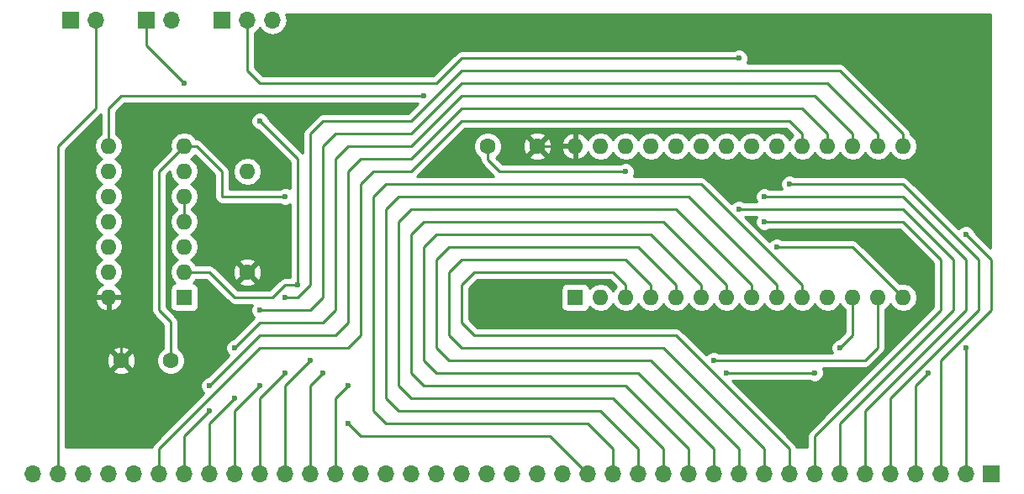
<source format=gtl>
G04 #@! TF.FileFunction,Copper,L1,Top,Signal*
%FSLAX46Y46*%
G04 Gerber Fmt 4.6, Leading zero omitted, Abs format (unit mm)*
G04 Created by KiCad (PCBNEW 4.0.6) date 05/15/17 21:45:34*
%MOMM*%
%LPD*%
G01*
G04 APERTURE LIST*
%ADD10C,0.100000*%
%ADD11R,1.600000X1.600000*%
%ADD12O,1.600000X1.600000*%
%ADD13R,1.700000X1.700000*%
%ADD14O,1.700000X1.700000*%
%ADD15C,1.600000*%
%ADD16C,0.600000*%
%ADD17C,0.250000*%
%ADD18C,0.254000*%
G04 APERTURE END LIST*
D10*
D11*
X144780000Y-130810000D03*
D12*
X177800000Y-115570000D03*
X147320000Y-130810000D03*
X175260000Y-115570000D03*
X149860000Y-130810000D03*
X172720000Y-115570000D03*
X152400000Y-130810000D03*
X170180000Y-115570000D03*
X154940000Y-130810000D03*
X167640000Y-115570000D03*
X157480000Y-130810000D03*
X165100000Y-115570000D03*
X160020000Y-130810000D03*
X162560000Y-115570000D03*
X162560000Y-130810000D03*
X160020000Y-115570000D03*
X165100000Y-130810000D03*
X157480000Y-115570000D03*
X167640000Y-130810000D03*
X154940000Y-115570000D03*
X170180000Y-130810000D03*
X152400000Y-115570000D03*
X172720000Y-130810000D03*
X149860000Y-115570000D03*
X175260000Y-130810000D03*
X147320000Y-115570000D03*
X177800000Y-130810000D03*
X144780000Y-115570000D03*
D13*
X101600000Y-102870000D03*
D14*
X104140000Y-102870000D03*
D15*
X111760000Y-128270000D03*
D12*
X111760000Y-118110000D03*
D15*
X140970000Y-115570000D03*
X135970000Y-115570000D03*
X99060000Y-137160000D03*
X104060000Y-137160000D03*
D13*
X93980000Y-102870000D03*
D14*
X96520000Y-102870000D03*
D13*
X186690000Y-148590000D03*
D14*
X184150000Y-148590000D03*
X181610000Y-148590000D03*
X179070000Y-148590000D03*
X176530000Y-148590000D03*
X173990000Y-148590000D03*
X171450000Y-148590000D03*
X168910000Y-148590000D03*
X166370000Y-148590000D03*
X163830000Y-148590000D03*
X161290000Y-148590000D03*
X158750000Y-148590000D03*
X156210000Y-148590000D03*
X153670000Y-148590000D03*
X151130000Y-148590000D03*
X148590000Y-148590000D03*
X146050000Y-148590000D03*
X143510000Y-148590000D03*
X140970000Y-148590000D03*
X138430000Y-148590000D03*
X135890000Y-148590000D03*
X133350000Y-148590000D03*
X130810000Y-148590000D03*
X128270000Y-148590000D03*
X125730000Y-148590000D03*
X123190000Y-148590000D03*
X120650000Y-148590000D03*
X118110000Y-148590000D03*
X115570000Y-148590000D03*
X113030000Y-148590000D03*
X110490000Y-148590000D03*
X107950000Y-148590000D03*
X105410000Y-148590000D03*
X102870000Y-148590000D03*
X100330000Y-148590000D03*
X97790000Y-148590000D03*
X95250000Y-148590000D03*
X92710000Y-148590000D03*
X90170000Y-148590000D03*
D13*
X109220000Y-102870000D03*
D14*
X111760000Y-102870000D03*
X114300000Y-102870000D03*
D11*
X105410000Y-130810000D03*
D12*
X97790000Y-115570000D03*
X105410000Y-128270000D03*
X97790000Y-118110000D03*
X105410000Y-125730000D03*
X97790000Y-120650000D03*
X105410000Y-123190000D03*
X97790000Y-123190000D03*
X105410000Y-120650000D03*
X97790000Y-125730000D03*
X105410000Y-118110000D03*
X97790000Y-128270000D03*
X105410000Y-115570000D03*
X97790000Y-130810000D03*
D16*
X109220000Y-132080000D03*
X168910000Y-133350000D03*
X171450000Y-133350000D03*
X173990000Y-138430000D03*
X167640000Y-144780000D03*
X128270000Y-111760000D03*
X116840000Y-129540000D03*
X113030000Y-113030000D03*
X184150000Y-135890000D03*
X184150000Y-124460000D03*
X180340000Y-138430000D03*
X166370000Y-119380000D03*
X163830000Y-120650000D03*
X161290000Y-121920000D03*
X163830000Y-123190000D03*
X115570000Y-120650000D03*
X121920000Y-143510000D03*
X149860000Y-118110000D03*
X165100000Y-125730000D03*
X121920000Y-139700000D03*
X171450000Y-135890000D03*
X119380000Y-138430000D03*
X160020000Y-138430000D03*
X168910000Y-138430000D03*
X158750000Y-137160000D03*
X118110000Y-137160000D03*
X115570000Y-138430000D03*
X115570000Y-130810000D03*
X113030000Y-139700000D03*
X113030000Y-132080000D03*
X110490000Y-140970000D03*
X110490000Y-135890000D03*
X107950000Y-142240000D03*
X107950000Y-139700000D03*
X105410000Y-109220000D03*
X129540000Y-110490000D03*
X161290000Y-106680000D03*
D17*
X171450000Y-133350000D02*
X168910000Y-133350000D01*
X167640000Y-144780000D02*
X173990000Y-138430000D01*
X99060000Y-137160000D02*
X99060000Y-134620000D01*
X97790000Y-133350000D02*
X97790000Y-130810000D01*
X99060000Y-134620000D02*
X97790000Y-133350000D01*
X140970000Y-115570000D02*
X144780000Y-115570000D01*
X105410000Y-128270000D02*
X107950000Y-128270000D01*
X115570000Y-129540000D02*
X116840000Y-129540000D01*
X114300000Y-130810000D02*
X115570000Y-129540000D01*
X110490000Y-130810000D02*
X114300000Y-130810000D01*
X107950000Y-128270000D02*
X110490000Y-130810000D01*
X116840000Y-116840000D02*
X116840000Y-129540000D01*
X113030000Y-113030000D02*
X116840000Y-116840000D01*
X184150000Y-148590000D02*
X184150000Y-135890000D01*
X181610000Y-148590000D02*
X181610000Y-137160000D01*
X185420000Y-125730000D02*
X184150000Y-124460000D01*
X186690000Y-127000000D02*
X185420000Y-125730000D01*
X186690000Y-132080000D02*
X186690000Y-127000000D01*
X181610000Y-137160000D02*
X186690000Y-132080000D01*
X179070000Y-139700000D02*
X179070000Y-148590000D01*
X180340000Y-138430000D02*
X179070000Y-139700000D01*
X176530000Y-148590000D02*
X176530000Y-140970000D01*
X177800000Y-119380000D02*
X166370000Y-119380000D01*
X185420000Y-127000000D02*
X177800000Y-119380000D01*
X185420000Y-132080000D02*
X185420000Y-127000000D01*
X176530000Y-140970000D02*
X185420000Y-132080000D01*
X173990000Y-142240000D02*
X173990000Y-148590000D01*
X184150000Y-132080000D02*
X173990000Y-142240000D01*
X184150000Y-127000000D02*
X184150000Y-132080000D01*
X177800000Y-120650000D02*
X184150000Y-127000000D01*
X163830000Y-120650000D02*
X177800000Y-120650000D01*
X171450000Y-143510000D02*
X171450000Y-148590000D01*
X182880000Y-132080000D02*
X171450000Y-143510000D01*
X182880000Y-127000000D02*
X182880000Y-132080000D01*
X177800000Y-121920000D02*
X182880000Y-127000000D01*
X161290000Y-121920000D02*
X177800000Y-121920000D01*
X168910000Y-144780000D02*
X181610000Y-132080000D01*
X181610000Y-132080000D02*
X181610000Y-127000000D01*
X181610000Y-127000000D02*
X177800000Y-123190000D01*
X177800000Y-123190000D02*
X163830000Y-123190000D01*
X168910000Y-144780000D02*
X168910000Y-148590000D01*
X143510000Y-134620000D02*
X154940000Y-134620000D01*
X166370000Y-146050000D02*
X166370000Y-148590000D01*
X166370000Y-146050000D02*
X154940000Y-134620000D01*
X142240000Y-134620000D02*
X134620000Y-134620000D01*
X142240000Y-128270000D02*
X148590000Y-128270000D01*
X149860000Y-130810000D02*
X149860000Y-129540000D01*
X148590000Y-128270000D02*
X149860000Y-129540000D01*
X142240000Y-134620000D02*
X143510000Y-134620000D01*
X134620000Y-128270000D02*
X142240000Y-128270000D01*
X133350000Y-129540000D02*
X134620000Y-128270000D01*
X133350000Y-133350000D02*
X133350000Y-129540000D01*
X134620000Y-134620000D02*
X133350000Y-133350000D01*
X140970000Y-127000000D02*
X133350000Y-127000000D01*
X163830000Y-146050000D02*
X153670000Y-135890000D01*
X143510000Y-135890000D02*
X153670000Y-135890000D01*
X142240000Y-135890000D02*
X143510000Y-135890000D01*
X163830000Y-146050000D02*
X163830000Y-148590000D01*
X140970000Y-135890000D02*
X142240000Y-135890000D01*
X133350000Y-135890000D02*
X140970000Y-135890000D01*
X132080000Y-134620000D02*
X133350000Y-135890000D01*
X132080000Y-128270000D02*
X132080000Y-134620000D01*
X133350000Y-127000000D02*
X132080000Y-128270000D01*
X149860000Y-127000000D02*
X140970000Y-127000000D01*
X152400000Y-130810000D02*
X152400000Y-129540000D01*
X149860000Y-127000000D02*
X152400000Y-129540000D01*
X161290000Y-146050000D02*
X152400000Y-137160000D01*
X143510000Y-137160000D02*
X152400000Y-137160000D01*
X142240000Y-137160000D02*
X143510000Y-137160000D01*
X161290000Y-146050000D02*
X161290000Y-148590000D01*
X139700000Y-137160000D02*
X142240000Y-137160000D01*
X132080000Y-137160000D02*
X139700000Y-137160000D01*
X130810000Y-135890000D02*
X132080000Y-137160000D01*
X130810000Y-134620000D02*
X130810000Y-135890000D01*
X130810000Y-127000000D02*
X130810000Y-134620000D01*
X132080000Y-125730000D02*
X130810000Y-127000000D01*
X139700000Y-125730000D02*
X132080000Y-125730000D01*
X151130000Y-125730000D02*
X140970000Y-125730000D01*
X154940000Y-130810000D02*
X154940000Y-129540000D01*
X151130000Y-125730000D02*
X154940000Y-129540000D01*
X139700000Y-125730000D02*
X140970000Y-125730000D01*
X138430000Y-138430000D02*
X130810000Y-138430000D01*
X158750000Y-146050000D02*
X158750000Y-148590000D01*
X158750000Y-146050000D02*
X151130000Y-138430000D01*
X143510000Y-138430000D02*
X151130000Y-138430000D01*
X143510000Y-138430000D02*
X142240000Y-138430000D01*
X138430000Y-138430000D02*
X142240000Y-138430000D01*
X152400000Y-124460000D02*
X140970000Y-124460000D01*
X157480000Y-130810000D02*
X157480000Y-129540000D01*
X152400000Y-124460000D02*
X157480000Y-129540000D01*
X138430000Y-124460000D02*
X140970000Y-124460000D01*
X130810000Y-124460000D02*
X138430000Y-124460000D01*
X129540000Y-125730000D02*
X130810000Y-124460000D01*
X129540000Y-137160000D02*
X129540000Y-125730000D01*
X130810000Y-138430000D02*
X129540000Y-137160000D01*
X156210000Y-146050000D02*
X149860000Y-139700000D01*
X143510000Y-139700000D02*
X149860000Y-139700000D01*
X142240000Y-139700000D02*
X143510000Y-139700000D01*
X156210000Y-146050000D02*
X156210000Y-148590000D01*
X137160000Y-139700000D02*
X142240000Y-139700000D01*
X129540000Y-139700000D02*
X137160000Y-139700000D01*
X128270000Y-138430000D02*
X129540000Y-139700000D01*
X128270000Y-124460000D02*
X128270000Y-138430000D01*
X129540000Y-123190000D02*
X128270000Y-124460000D01*
X137160000Y-123190000D02*
X129540000Y-123190000D01*
X153670000Y-123190000D02*
X140970000Y-123190000D01*
X160020000Y-130810000D02*
X160020000Y-129540000D01*
X153670000Y-123190000D02*
X160020000Y-129540000D01*
X137160000Y-123190000D02*
X140970000Y-123190000D01*
X135890000Y-140970000D02*
X129540000Y-140970000D01*
X154940000Y-121920000D02*
X140970000Y-121920000D01*
X162560000Y-130810000D02*
X162560000Y-129540000D01*
X154940000Y-121920000D02*
X162560000Y-129540000D01*
X153670000Y-146050000D02*
X153670000Y-148590000D01*
X153670000Y-146050000D02*
X148590000Y-140970000D01*
X143510000Y-140970000D02*
X148590000Y-140970000D01*
X143510000Y-140970000D02*
X142240000Y-140970000D01*
X135890000Y-140970000D02*
X142240000Y-140970000D01*
X135890000Y-121920000D02*
X140970000Y-121920000D01*
X128270000Y-121920000D02*
X135890000Y-121920000D01*
X127000000Y-123190000D02*
X128270000Y-121920000D01*
X127000000Y-124460000D02*
X127000000Y-123190000D01*
X127000000Y-139700000D02*
X127000000Y-124460000D01*
X128270000Y-140970000D02*
X127000000Y-139700000D01*
X129540000Y-140970000D02*
X128270000Y-140970000D01*
X134620000Y-120650000D02*
X127000000Y-120650000D01*
X156210000Y-120650000D02*
X140970000Y-120650000D01*
X151130000Y-148590000D02*
X151130000Y-146050000D01*
X143510000Y-142240000D02*
X147320000Y-142240000D01*
X142240000Y-142240000D02*
X143510000Y-142240000D01*
X151130000Y-146050000D02*
X147320000Y-142240000D01*
X165100000Y-129540000D02*
X165100000Y-130810000D01*
X156210000Y-120650000D02*
X165100000Y-129540000D01*
X134620000Y-142240000D02*
X142240000Y-142240000D01*
X134620000Y-120650000D02*
X140970000Y-120650000D01*
X127000000Y-142240000D02*
X134620000Y-142240000D01*
X125730000Y-140970000D02*
X127000000Y-142240000D01*
X125730000Y-121920000D02*
X125730000Y-140970000D01*
X127000000Y-120650000D02*
X125730000Y-121920000D01*
X133350000Y-143510000D02*
X125730000Y-143510000D01*
X133350000Y-143510000D02*
X134620000Y-143510000D01*
X134620000Y-143510000D02*
X142240000Y-143510000D01*
X143510000Y-143510000D02*
X142240000Y-143510000D01*
X143510000Y-143510000D02*
X146050000Y-143510000D01*
X148590000Y-148590000D02*
X148590000Y-146050000D01*
X146050000Y-143510000D02*
X148590000Y-146050000D01*
X167640000Y-129540000D02*
X157480000Y-119380000D01*
X167640000Y-129540000D02*
X167640000Y-130810000D01*
X140970000Y-119380000D02*
X157480000Y-119380000D01*
X140970000Y-119380000D02*
X133350000Y-119380000D01*
X125730000Y-119380000D02*
X133350000Y-119380000D01*
X124460000Y-120650000D02*
X125730000Y-119380000D01*
X124460000Y-121920000D02*
X124460000Y-120650000D01*
X124460000Y-142240000D02*
X124460000Y-121920000D01*
X125730000Y-143510000D02*
X124460000Y-142240000D01*
X106680000Y-115570000D02*
X105410000Y-115570000D01*
X109220000Y-118110000D02*
X106680000Y-115570000D01*
X109220000Y-120650000D02*
X109220000Y-118110000D01*
X115570000Y-120650000D02*
X109220000Y-120650000D01*
X146050000Y-148590000D02*
X142240000Y-144780000D01*
X123190000Y-144780000D02*
X121920000Y-143510000D01*
X142240000Y-144780000D02*
X123190000Y-144780000D01*
X172720000Y-125730000D02*
X165100000Y-125730000D01*
X177800000Y-130810000D02*
X172720000Y-125730000D01*
X135970000Y-116920000D02*
X135970000Y-115570000D01*
X137160000Y-118110000D02*
X135970000Y-116920000D01*
X149860000Y-118110000D02*
X137160000Y-118110000D01*
X104060000Y-137160000D02*
X104060000Y-133270000D01*
X102870000Y-118110000D02*
X105410000Y-115570000D01*
X102870000Y-132080000D02*
X102870000Y-118110000D01*
X104060000Y-133270000D02*
X102870000Y-132080000D01*
X120650000Y-140970000D02*
X121920000Y-139700000D01*
X120650000Y-140970000D02*
X120650000Y-148590000D01*
X172720000Y-133350000D02*
X172720000Y-134620000D01*
X172720000Y-134620000D02*
X171450000Y-135890000D01*
X172720000Y-130810000D02*
X172720000Y-133350000D01*
X118110000Y-139700000D02*
X118110000Y-148590000D01*
X119380000Y-138430000D02*
X118110000Y-139700000D01*
X168910000Y-138430000D02*
X160020000Y-138430000D01*
X115570000Y-148590000D02*
X115570000Y-139700000D01*
X175260000Y-135890000D02*
X175260000Y-130810000D01*
X175260000Y-135890000D02*
X173990000Y-137160000D01*
X158750000Y-137160000D02*
X173990000Y-137160000D01*
X115570000Y-139700000D02*
X118110000Y-137160000D01*
X142240000Y-107950000D02*
X133350000Y-107950000D01*
X113030000Y-140970000D02*
X115570000Y-138430000D01*
X113030000Y-148590000D02*
X113030000Y-140970000D01*
X177800000Y-114300000D02*
X171450000Y-107950000D01*
X171450000Y-107950000D02*
X142240000Y-107950000D01*
X119380000Y-113030000D02*
X118110000Y-114300000D01*
X118110000Y-114300000D02*
X118110000Y-129540000D01*
X118110000Y-129540000D02*
X116840000Y-130810000D01*
X116840000Y-130810000D02*
X115570000Y-130810000D01*
X177800000Y-114300000D02*
X177800000Y-115570000D01*
X128270000Y-113030000D02*
X119380000Y-113030000D01*
X133350000Y-107950000D02*
X128270000Y-113030000D01*
X142240000Y-109220000D02*
X133350000Y-109220000D01*
X113030000Y-139700000D02*
X110490000Y-142240000D01*
X110490000Y-148590000D02*
X110490000Y-142240000D01*
X175260000Y-114300000D02*
X170180000Y-109220000D01*
X170180000Y-109220000D02*
X142240000Y-109220000D01*
X120650000Y-114300000D02*
X119380000Y-115570000D01*
X119380000Y-115570000D02*
X119380000Y-130810000D01*
X119380000Y-130810000D02*
X118110000Y-132080000D01*
X118110000Y-132080000D02*
X113030000Y-132080000D01*
X175260000Y-114300000D02*
X175260000Y-115570000D01*
X128270000Y-114300000D02*
X120650000Y-114300000D01*
X133350000Y-109220000D02*
X128270000Y-114300000D01*
X142240000Y-110490000D02*
X133350000Y-110490000D01*
X110490000Y-140970000D02*
X107950000Y-143510000D01*
X107950000Y-148590000D02*
X107950000Y-143510000D01*
X172720000Y-114300000D02*
X168910000Y-110490000D01*
X168910000Y-110490000D02*
X142240000Y-110490000D01*
X121920000Y-115570000D02*
X120650000Y-116840000D01*
X120650000Y-116840000D02*
X120650000Y-132080000D01*
X120650000Y-132080000D02*
X119380000Y-133350000D01*
X119380000Y-133350000D02*
X113030000Y-133350000D01*
X113030000Y-133350000D02*
X110490000Y-135890000D01*
X172720000Y-114300000D02*
X172720000Y-115570000D01*
X128270000Y-115570000D02*
X121920000Y-115570000D01*
X133350000Y-110490000D02*
X128270000Y-115570000D01*
X142240000Y-111760000D02*
X133350000Y-111760000D01*
X105410000Y-144780000D02*
X107950000Y-142240000D01*
X105410000Y-148590000D02*
X105410000Y-144780000D01*
X170180000Y-114300000D02*
X167640000Y-111760000D01*
X167640000Y-111760000D02*
X142240000Y-111760000D01*
X123190000Y-116840000D02*
X121920000Y-118110000D01*
X121920000Y-118110000D02*
X121920000Y-133350000D01*
X121920000Y-133350000D02*
X120650000Y-134620000D01*
X120650000Y-134620000D02*
X113030000Y-134620000D01*
X113030000Y-134620000D02*
X107950000Y-139700000D01*
X170180000Y-114300000D02*
X170180000Y-115570000D01*
X128270000Y-116840000D02*
X123190000Y-116840000D01*
X133350000Y-111760000D02*
X128270000Y-116840000D01*
X142240000Y-113030000D02*
X133350000Y-113030000D01*
X105410000Y-143510000D02*
X102870000Y-146050000D01*
X102870000Y-148590000D02*
X102870000Y-146050000D01*
X167640000Y-114300000D02*
X166370000Y-113030000D01*
X166370000Y-113030000D02*
X142240000Y-113030000D01*
X125730000Y-118110000D02*
X124460000Y-118110000D01*
X124460000Y-118110000D02*
X123190000Y-119380000D01*
X123190000Y-119380000D02*
X123190000Y-134620000D01*
X123190000Y-134620000D02*
X121920000Y-135890000D01*
X121920000Y-135890000D02*
X113030000Y-135890000D01*
X113030000Y-135890000D02*
X105410000Y-143510000D01*
X167640000Y-114300000D02*
X167640000Y-115570000D01*
X128270000Y-118110000D02*
X125730000Y-118110000D01*
X133350000Y-113030000D02*
X128270000Y-118110000D01*
X101600000Y-105410000D02*
X101600000Y-102870000D01*
X105410000Y-109220000D02*
X101600000Y-105410000D01*
X105410000Y-123190000D02*
X105410000Y-120650000D01*
X96520000Y-102870000D02*
X96520000Y-111760000D01*
X96520000Y-111760000D02*
X92710000Y-115570000D01*
X92710000Y-115570000D02*
X92710000Y-148590000D01*
X97790000Y-111760000D02*
X97790000Y-115570000D01*
X99060000Y-110490000D02*
X97790000Y-111760000D01*
X129540000Y-110490000D02*
X99060000Y-110490000D01*
X111760000Y-102870000D02*
X111760000Y-107950000D01*
X113030000Y-109220000D02*
X111760000Y-107950000D01*
X130810000Y-109220000D02*
X116840000Y-109220000D01*
X133350000Y-106680000D02*
X130810000Y-109220000D01*
X161290000Y-106680000D02*
X133350000Y-106680000D01*
X116840000Y-109220000D02*
X113030000Y-109220000D01*
D18*
G36*
X162895162Y-123003201D02*
X162894838Y-123375167D01*
X163036883Y-123718943D01*
X163299673Y-123982192D01*
X163643201Y-124124838D01*
X164015167Y-124125162D01*
X164358943Y-123983117D01*
X164392118Y-123950000D01*
X177485198Y-123950000D01*
X180850000Y-127314802D01*
X180850000Y-131765198D01*
X168372599Y-144242599D01*
X168207852Y-144489161D01*
X168150000Y-144780000D01*
X168150000Y-145923000D01*
X167104738Y-145923000D01*
X167072148Y-145759161D01*
X166907401Y-145512599D01*
X160584802Y-139190000D01*
X168347537Y-139190000D01*
X168379673Y-139222192D01*
X168723201Y-139364838D01*
X169095167Y-139365162D01*
X169438943Y-139223117D01*
X169702192Y-138960327D01*
X169844838Y-138616799D01*
X169845162Y-138244833D01*
X169710944Y-137920000D01*
X173990000Y-137920000D01*
X174280839Y-137862148D01*
X174527401Y-137697401D01*
X175797401Y-136427401D01*
X175962148Y-136180840D01*
X176020000Y-135890000D01*
X176020000Y-132022995D01*
X176274698Y-131852811D01*
X176530000Y-131470725D01*
X176785302Y-131852811D01*
X177250849Y-132163880D01*
X177800000Y-132273113D01*
X178349151Y-132163880D01*
X178814698Y-131852811D01*
X179125767Y-131387264D01*
X179235000Y-130838113D01*
X179235000Y-130781887D01*
X179125767Y-130232736D01*
X178814698Y-129767189D01*
X178349151Y-129456120D01*
X177800000Y-129346887D01*
X177476114Y-129411312D01*
X173257401Y-125192599D01*
X173010839Y-125027852D01*
X172720000Y-124970000D01*
X165662463Y-124970000D01*
X165630327Y-124937808D01*
X165286799Y-124795162D01*
X164914833Y-124794838D01*
X164571057Y-124936883D01*
X164341171Y-125166369D01*
X161854802Y-122680000D01*
X163029367Y-122680000D01*
X162895162Y-123003201D01*
X162895162Y-123003201D01*
G37*
X162895162Y-123003201D02*
X162894838Y-123375167D01*
X163036883Y-123718943D01*
X163299673Y-123982192D01*
X163643201Y-124124838D01*
X164015167Y-124125162D01*
X164358943Y-123983117D01*
X164392118Y-123950000D01*
X177485198Y-123950000D01*
X180850000Y-127314802D01*
X180850000Y-131765198D01*
X168372599Y-144242599D01*
X168207852Y-144489161D01*
X168150000Y-144780000D01*
X168150000Y-145923000D01*
X167104738Y-145923000D01*
X167072148Y-145759161D01*
X166907401Y-145512599D01*
X160584802Y-139190000D01*
X168347537Y-139190000D01*
X168379673Y-139222192D01*
X168723201Y-139364838D01*
X169095167Y-139365162D01*
X169438943Y-139223117D01*
X169702192Y-138960327D01*
X169844838Y-138616799D01*
X169845162Y-138244833D01*
X169710944Y-137920000D01*
X173990000Y-137920000D01*
X174280839Y-137862148D01*
X174527401Y-137697401D01*
X175797401Y-136427401D01*
X175962148Y-136180840D01*
X176020000Y-135890000D01*
X176020000Y-132022995D01*
X176274698Y-131852811D01*
X176530000Y-131470725D01*
X176785302Y-131852811D01*
X177250849Y-132163880D01*
X177800000Y-132273113D01*
X178349151Y-132163880D01*
X178814698Y-131852811D01*
X179125767Y-131387264D01*
X179235000Y-130838113D01*
X179235000Y-130781887D01*
X179125767Y-130232736D01*
X178814698Y-129767189D01*
X178349151Y-129456120D01*
X177800000Y-129346887D01*
X177476114Y-129411312D01*
X173257401Y-125192599D01*
X173010839Y-125027852D01*
X172720000Y-124970000D01*
X165662463Y-124970000D01*
X165630327Y-124937808D01*
X165286799Y-124795162D01*
X164914833Y-124794838D01*
X164571057Y-124936883D01*
X164341171Y-125166369D01*
X161854802Y-122680000D01*
X163029367Y-122680000D01*
X162895162Y-123003201D01*
G36*
X127955198Y-112270000D02*
X119380000Y-112270000D01*
X119089160Y-112327852D01*
X118842599Y-112492599D01*
X117572599Y-113762599D01*
X117407852Y-114009161D01*
X117350000Y-114300000D01*
X117350000Y-116275198D01*
X113965122Y-112890320D01*
X113965162Y-112844833D01*
X113823117Y-112501057D01*
X113560327Y-112237808D01*
X113216799Y-112095162D01*
X112844833Y-112094838D01*
X112501057Y-112236883D01*
X112237808Y-112499673D01*
X112095162Y-112843201D01*
X112094838Y-113215167D01*
X112236883Y-113558943D01*
X112499673Y-113822192D01*
X112843201Y-113964838D01*
X112890077Y-113964879D01*
X116080000Y-117154802D01*
X116080000Y-119849367D01*
X115756799Y-119715162D01*
X115384833Y-119714838D01*
X115041057Y-119856883D01*
X115007882Y-119890000D01*
X109980000Y-119890000D01*
X109980000Y-118110000D01*
X109974408Y-118081887D01*
X110325000Y-118081887D01*
X110325000Y-118138113D01*
X110434233Y-118687264D01*
X110745302Y-119152811D01*
X111210849Y-119463880D01*
X111760000Y-119573113D01*
X112309151Y-119463880D01*
X112774698Y-119152811D01*
X113085767Y-118687264D01*
X113195000Y-118138113D01*
X113195000Y-118081887D01*
X113085767Y-117532736D01*
X112774698Y-117067189D01*
X112309151Y-116756120D01*
X111760000Y-116646887D01*
X111210849Y-116756120D01*
X110745302Y-117067189D01*
X110434233Y-117532736D01*
X110325000Y-118081887D01*
X109974408Y-118081887D01*
X109922148Y-117819161D01*
X109922148Y-117819160D01*
X109757401Y-117572599D01*
X107217401Y-115032599D01*
X106970839Y-114867852D01*
X106680000Y-114810000D01*
X106622995Y-114810000D01*
X106452811Y-114555302D01*
X105987264Y-114244233D01*
X105438113Y-114135000D01*
X105381887Y-114135000D01*
X104832736Y-114244233D01*
X104367189Y-114555302D01*
X104056120Y-115020849D01*
X103946887Y-115570000D01*
X104011312Y-115893886D01*
X102332599Y-117572599D01*
X102167852Y-117819161D01*
X102110000Y-118110000D01*
X102110000Y-132080000D01*
X102167852Y-132370839D01*
X102332599Y-132617401D01*
X103300000Y-133584802D01*
X103300000Y-135921354D01*
X103248200Y-135942757D01*
X102844176Y-136346077D01*
X102625250Y-136873309D01*
X102624752Y-137444187D01*
X102842757Y-137971800D01*
X103246077Y-138375824D01*
X103773309Y-138594750D01*
X104344187Y-138595248D01*
X104871800Y-138377243D01*
X105275824Y-137973923D01*
X105494750Y-137446691D01*
X105495248Y-136875813D01*
X105277243Y-136348200D01*
X104873923Y-135944176D01*
X104820000Y-135921785D01*
X104820000Y-133270000D01*
X104762148Y-132979161D01*
X104597401Y-132732599D01*
X103630000Y-131765198D01*
X103630000Y-118424802D01*
X103947405Y-118107397D01*
X103946887Y-118110000D01*
X104056120Y-118659151D01*
X104367189Y-119124698D01*
X104749275Y-119380000D01*
X104367189Y-119635302D01*
X104056120Y-120100849D01*
X103946887Y-120650000D01*
X104056120Y-121199151D01*
X104367189Y-121664698D01*
X104650000Y-121853667D01*
X104650000Y-121986333D01*
X104367189Y-122175302D01*
X104056120Y-122640849D01*
X103946887Y-123190000D01*
X104056120Y-123739151D01*
X104367189Y-124204698D01*
X104749275Y-124460000D01*
X104367189Y-124715302D01*
X104056120Y-125180849D01*
X103946887Y-125730000D01*
X104056120Y-126279151D01*
X104367189Y-126744698D01*
X104749275Y-127000000D01*
X104367189Y-127255302D01*
X104056120Y-127720849D01*
X103946887Y-128270000D01*
X104056120Y-128819151D01*
X104367189Y-129284698D01*
X104511465Y-129381101D01*
X104374683Y-129406838D01*
X104158559Y-129545910D01*
X104013569Y-129758110D01*
X103962560Y-130010000D01*
X103962560Y-131610000D01*
X104006838Y-131845317D01*
X104145910Y-132061441D01*
X104358110Y-132206431D01*
X104610000Y-132257440D01*
X106210000Y-132257440D01*
X106445317Y-132213162D01*
X106661441Y-132074090D01*
X106806431Y-131861890D01*
X106857440Y-131610000D01*
X106857440Y-130010000D01*
X106813162Y-129774683D01*
X106674090Y-129558559D01*
X106461890Y-129413569D01*
X106306911Y-129382185D01*
X106452811Y-129284698D01*
X106622995Y-129030000D01*
X107635198Y-129030000D01*
X109952599Y-131347401D01*
X110199160Y-131512148D01*
X110247414Y-131521746D01*
X110490000Y-131570000D01*
X112229367Y-131570000D01*
X112095162Y-131893201D01*
X112094838Y-132265167D01*
X112236883Y-132608943D01*
X112466369Y-132838829D01*
X110350320Y-134954878D01*
X110304833Y-134954838D01*
X109961057Y-135096883D01*
X109697808Y-135359673D01*
X109555162Y-135703201D01*
X109554838Y-136075167D01*
X109696883Y-136418943D01*
X109926369Y-136648829D01*
X107810320Y-138764878D01*
X107764833Y-138764838D01*
X107421057Y-138906883D01*
X107157808Y-139169673D01*
X107015162Y-139513201D01*
X107014838Y-139885167D01*
X107156883Y-140228943D01*
X107386369Y-140458829D01*
X102332599Y-145512599D01*
X102167852Y-145759161D01*
X102135262Y-145923000D01*
X93470000Y-145923000D01*
X93470000Y-138167745D01*
X98231861Y-138167745D01*
X98305995Y-138413864D01*
X98843223Y-138606965D01*
X99413454Y-138579778D01*
X99814005Y-138413864D01*
X99888139Y-138167745D01*
X99060000Y-137339605D01*
X98231861Y-138167745D01*
X93470000Y-138167745D01*
X93470000Y-136943223D01*
X97613035Y-136943223D01*
X97640222Y-137513454D01*
X97806136Y-137914005D01*
X98052255Y-137988139D01*
X98880395Y-137160000D01*
X99239605Y-137160000D01*
X100067745Y-137988139D01*
X100313864Y-137914005D01*
X100506965Y-137376777D01*
X100479778Y-136806546D01*
X100313864Y-136405995D01*
X100067745Y-136331861D01*
X99239605Y-137160000D01*
X98880395Y-137160000D01*
X98052255Y-136331861D01*
X97806136Y-136405995D01*
X97613035Y-136943223D01*
X93470000Y-136943223D01*
X93470000Y-136152255D01*
X98231861Y-136152255D01*
X99060000Y-136980395D01*
X99888139Y-136152255D01*
X99814005Y-135906136D01*
X99276777Y-135713035D01*
X98706546Y-135740222D01*
X98305995Y-135906136D01*
X98231861Y-136152255D01*
X93470000Y-136152255D01*
X93470000Y-131159039D01*
X96398096Y-131159039D01*
X96558959Y-131547423D01*
X96934866Y-131962389D01*
X97440959Y-132201914D01*
X97663000Y-132080629D01*
X97663000Y-130937000D01*
X97917000Y-130937000D01*
X97917000Y-132080629D01*
X98139041Y-132201914D01*
X98645134Y-131962389D01*
X99021041Y-131547423D01*
X99181904Y-131159039D01*
X99059915Y-130937000D01*
X97917000Y-130937000D01*
X97663000Y-130937000D01*
X96520085Y-130937000D01*
X96398096Y-131159039D01*
X93470000Y-131159039D01*
X93470000Y-115884802D01*
X97030000Y-112324802D01*
X97030000Y-114366333D01*
X96747189Y-114555302D01*
X96436120Y-115020849D01*
X96326887Y-115570000D01*
X96436120Y-116119151D01*
X96747189Y-116584698D01*
X97129275Y-116840000D01*
X96747189Y-117095302D01*
X96436120Y-117560849D01*
X96326887Y-118110000D01*
X96436120Y-118659151D01*
X96747189Y-119124698D01*
X97129275Y-119380000D01*
X96747189Y-119635302D01*
X96436120Y-120100849D01*
X96326887Y-120650000D01*
X96436120Y-121199151D01*
X96747189Y-121664698D01*
X97129275Y-121920000D01*
X96747189Y-122175302D01*
X96436120Y-122640849D01*
X96326887Y-123190000D01*
X96436120Y-123739151D01*
X96747189Y-124204698D01*
X97129275Y-124460000D01*
X96747189Y-124715302D01*
X96436120Y-125180849D01*
X96326887Y-125730000D01*
X96436120Y-126279151D01*
X96747189Y-126744698D01*
X97129275Y-127000000D01*
X96747189Y-127255302D01*
X96436120Y-127720849D01*
X96326887Y-128270000D01*
X96436120Y-128819151D01*
X96747189Y-129284698D01*
X97151703Y-129554986D01*
X96934866Y-129657611D01*
X96558959Y-130072577D01*
X96398096Y-130460961D01*
X96520085Y-130683000D01*
X97663000Y-130683000D01*
X97663000Y-130663000D01*
X97917000Y-130663000D01*
X97917000Y-130683000D01*
X99059915Y-130683000D01*
X99181904Y-130460961D01*
X99021041Y-130072577D01*
X98645134Y-129657611D01*
X98428297Y-129554986D01*
X98832811Y-129284698D01*
X99143880Y-128819151D01*
X99253113Y-128270000D01*
X99143880Y-127720849D01*
X98832811Y-127255302D01*
X98450725Y-127000000D01*
X98832811Y-126744698D01*
X99143880Y-126279151D01*
X99253113Y-125730000D01*
X99143880Y-125180849D01*
X98832811Y-124715302D01*
X98450725Y-124460000D01*
X98832811Y-124204698D01*
X99143880Y-123739151D01*
X99253113Y-123190000D01*
X99143880Y-122640849D01*
X98832811Y-122175302D01*
X98450725Y-121920000D01*
X98832811Y-121664698D01*
X99143880Y-121199151D01*
X99253113Y-120650000D01*
X99143880Y-120100849D01*
X98832811Y-119635302D01*
X98450725Y-119380000D01*
X98832811Y-119124698D01*
X99143880Y-118659151D01*
X99253113Y-118110000D01*
X99143880Y-117560849D01*
X98832811Y-117095302D01*
X98450725Y-116840000D01*
X98832811Y-116584698D01*
X99143880Y-116119151D01*
X99253113Y-115570000D01*
X99143880Y-115020849D01*
X98832811Y-114555302D01*
X98550000Y-114366333D01*
X98550000Y-112074802D01*
X99374802Y-111250000D01*
X128975198Y-111250000D01*
X127955198Y-112270000D01*
X127955198Y-112270000D01*
G37*
X127955198Y-112270000D02*
X119380000Y-112270000D01*
X119089160Y-112327852D01*
X118842599Y-112492599D01*
X117572599Y-113762599D01*
X117407852Y-114009161D01*
X117350000Y-114300000D01*
X117350000Y-116275198D01*
X113965122Y-112890320D01*
X113965162Y-112844833D01*
X113823117Y-112501057D01*
X113560327Y-112237808D01*
X113216799Y-112095162D01*
X112844833Y-112094838D01*
X112501057Y-112236883D01*
X112237808Y-112499673D01*
X112095162Y-112843201D01*
X112094838Y-113215167D01*
X112236883Y-113558943D01*
X112499673Y-113822192D01*
X112843201Y-113964838D01*
X112890077Y-113964879D01*
X116080000Y-117154802D01*
X116080000Y-119849367D01*
X115756799Y-119715162D01*
X115384833Y-119714838D01*
X115041057Y-119856883D01*
X115007882Y-119890000D01*
X109980000Y-119890000D01*
X109980000Y-118110000D01*
X109974408Y-118081887D01*
X110325000Y-118081887D01*
X110325000Y-118138113D01*
X110434233Y-118687264D01*
X110745302Y-119152811D01*
X111210849Y-119463880D01*
X111760000Y-119573113D01*
X112309151Y-119463880D01*
X112774698Y-119152811D01*
X113085767Y-118687264D01*
X113195000Y-118138113D01*
X113195000Y-118081887D01*
X113085767Y-117532736D01*
X112774698Y-117067189D01*
X112309151Y-116756120D01*
X111760000Y-116646887D01*
X111210849Y-116756120D01*
X110745302Y-117067189D01*
X110434233Y-117532736D01*
X110325000Y-118081887D01*
X109974408Y-118081887D01*
X109922148Y-117819161D01*
X109922148Y-117819160D01*
X109757401Y-117572599D01*
X107217401Y-115032599D01*
X106970839Y-114867852D01*
X106680000Y-114810000D01*
X106622995Y-114810000D01*
X106452811Y-114555302D01*
X105987264Y-114244233D01*
X105438113Y-114135000D01*
X105381887Y-114135000D01*
X104832736Y-114244233D01*
X104367189Y-114555302D01*
X104056120Y-115020849D01*
X103946887Y-115570000D01*
X104011312Y-115893886D01*
X102332599Y-117572599D01*
X102167852Y-117819161D01*
X102110000Y-118110000D01*
X102110000Y-132080000D01*
X102167852Y-132370839D01*
X102332599Y-132617401D01*
X103300000Y-133584802D01*
X103300000Y-135921354D01*
X103248200Y-135942757D01*
X102844176Y-136346077D01*
X102625250Y-136873309D01*
X102624752Y-137444187D01*
X102842757Y-137971800D01*
X103246077Y-138375824D01*
X103773309Y-138594750D01*
X104344187Y-138595248D01*
X104871800Y-138377243D01*
X105275824Y-137973923D01*
X105494750Y-137446691D01*
X105495248Y-136875813D01*
X105277243Y-136348200D01*
X104873923Y-135944176D01*
X104820000Y-135921785D01*
X104820000Y-133270000D01*
X104762148Y-132979161D01*
X104597401Y-132732599D01*
X103630000Y-131765198D01*
X103630000Y-118424802D01*
X103947405Y-118107397D01*
X103946887Y-118110000D01*
X104056120Y-118659151D01*
X104367189Y-119124698D01*
X104749275Y-119380000D01*
X104367189Y-119635302D01*
X104056120Y-120100849D01*
X103946887Y-120650000D01*
X104056120Y-121199151D01*
X104367189Y-121664698D01*
X104650000Y-121853667D01*
X104650000Y-121986333D01*
X104367189Y-122175302D01*
X104056120Y-122640849D01*
X103946887Y-123190000D01*
X104056120Y-123739151D01*
X104367189Y-124204698D01*
X104749275Y-124460000D01*
X104367189Y-124715302D01*
X104056120Y-125180849D01*
X103946887Y-125730000D01*
X104056120Y-126279151D01*
X104367189Y-126744698D01*
X104749275Y-127000000D01*
X104367189Y-127255302D01*
X104056120Y-127720849D01*
X103946887Y-128270000D01*
X104056120Y-128819151D01*
X104367189Y-129284698D01*
X104511465Y-129381101D01*
X104374683Y-129406838D01*
X104158559Y-129545910D01*
X104013569Y-129758110D01*
X103962560Y-130010000D01*
X103962560Y-131610000D01*
X104006838Y-131845317D01*
X104145910Y-132061441D01*
X104358110Y-132206431D01*
X104610000Y-132257440D01*
X106210000Y-132257440D01*
X106445317Y-132213162D01*
X106661441Y-132074090D01*
X106806431Y-131861890D01*
X106857440Y-131610000D01*
X106857440Y-130010000D01*
X106813162Y-129774683D01*
X106674090Y-129558559D01*
X106461890Y-129413569D01*
X106306911Y-129382185D01*
X106452811Y-129284698D01*
X106622995Y-129030000D01*
X107635198Y-129030000D01*
X109952599Y-131347401D01*
X110199160Y-131512148D01*
X110247414Y-131521746D01*
X110490000Y-131570000D01*
X112229367Y-131570000D01*
X112095162Y-131893201D01*
X112094838Y-132265167D01*
X112236883Y-132608943D01*
X112466369Y-132838829D01*
X110350320Y-134954878D01*
X110304833Y-134954838D01*
X109961057Y-135096883D01*
X109697808Y-135359673D01*
X109555162Y-135703201D01*
X109554838Y-136075167D01*
X109696883Y-136418943D01*
X109926369Y-136648829D01*
X107810320Y-138764878D01*
X107764833Y-138764838D01*
X107421057Y-138906883D01*
X107157808Y-139169673D01*
X107015162Y-139513201D01*
X107014838Y-139885167D01*
X107156883Y-140228943D01*
X107386369Y-140458829D01*
X102332599Y-145512599D01*
X102167852Y-145759161D01*
X102135262Y-145923000D01*
X93470000Y-145923000D01*
X93470000Y-138167745D01*
X98231861Y-138167745D01*
X98305995Y-138413864D01*
X98843223Y-138606965D01*
X99413454Y-138579778D01*
X99814005Y-138413864D01*
X99888139Y-138167745D01*
X99060000Y-137339605D01*
X98231861Y-138167745D01*
X93470000Y-138167745D01*
X93470000Y-136943223D01*
X97613035Y-136943223D01*
X97640222Y-137513454D01*
X97806136Y-137914005D01*
X98052255Y-137988139D01*
X98880395Y-137160000D01*
X99239605Y-137160000D01*
X100067745Y-137988139D01*
X100313864Y-137914005D01*
X100506965Y-137376777D01*
X100479778Y-136806546D01*
X100313864Y-136405995D01*
X100067745Y-136331861D01*
X99239605Y-137160000D01*
X98880395Y-137160000D01*
X98052255Y-136331861D01*
X97806136Y-136405995D01*
X97613035Y-136943223D01*
X93470000Y-136943223D01*
X93470000Y-136152255D01*
X98231861Y-136152255D01*
X99060000Y-136980395D01*
X99888139Y-136152255D01*
X99814005Y-135906136D01*
X99276777Y-135713035D01*
X98706546Y-135740222D01*
X98305995Y-135906136D01*
X98231861Y-136152255D01*
X93470000Y-136152255D01*
X93470000Y-131159039D01*
X96398096Y-131159039D01*
X96558959Y-131547423D01*
X96934866Y-131962389D01*
X97440959Y-132201914D01*
X97663000Y-132080629D01*
X97663000Y-130937000D01*
X97917000Y-130937000D01*
X97917000Y-132080629D01*
X98139041Y-132201914D01*
X98645134Y-131962389D01*
X99021041Y-131547423D01*
X99181904Y-131159039D01*
X99059915Y-130937000D01*
X97917000Y-130937000D01*
X97663000Y-130937000D01*
X96520085Y-130937000D01*
X96398096Y-131159039D01*
X93470000Y-131159039D01*
X93470000Y-115884802D01*
X97030000Y-112324802D01*
X97030000Y-114366333D01*
X96747189Y-114555302D01*
X96436120Y-115020849D01*
X96326887Y-115570000D01*
X96436120Y-116119151D01*
X96747189Y-116584698D01*
X97129275Y-116840000D01*
X96747189Y-117095302D01*
X96436120Y-117560849D01*
X96326887Y-118110000D01*
X96436120Y-118659151D01*
X96747189Y-119124698D01*
X97129275Y-119380000D01*
X96747189Y-119635302D01*
X96436120Y-120100849D01*
X96326887Y-120650000D01*
X96436120Y-121199151D01*
X96747189Y-121664698D01*
X97129275Y-121920000D01*
X96747189Y-122175302D01*
X96436120Y-122640849D01*
X96326887Y-123190000D01*
X96436120Y-123739151D01*
X96747189Y-124204698D01*
X97129275Y-124460000D01*
X96747189Y-124715302D01*
X96436120Y-125180849D01*
X96326887Y-125730000D01*
X96436120Y-126279151D01*
X96747189Y-126744698D01*
X97129275Y-127000000D01*
X96747189Y-127255302D01*
X96436120Y-127720849D01*
X96326887Y-128270000D01*
X96436120Y-128819151D01*
X96747189Y-129284698D01*
X97151703Y-129554986D01*
X96934866Y-129657611D01*
X96558959Y-130072577D01*
X96398096Y-130460961D01*
X96520085Y-130683000D01*
X97663000Y-130683000D01*
X97663000Y-130663000D01*
X97917000Y-130663000D01*
X97917000Y-130683000D01*
X99059915Y-130683000D01*
X99181904Y-130460961D01*
X99021041Y-130072577D01*
X98645134Y-129657611D01*
X98428297Y-129554986D01*
X98832811Y-129284698D01*
X99143880Y-128819151D01*
X99253113Y-128270000D01*
X99143880Y-127720849D01*
X98832811Y-127255302D01*
X98450725Y-127000000D01*
X98832811Y-126744698D01*
X99143880Y-126279151D01*
X99253113Y-125730000D01*
X99143880Y-125180849D01*
X98832811Y-124715302D01*
X98450725Y-124460000D01*
X98832811Y-124204698D01*
X99143880Y-123739151D01*
X99253113Y-123190000D01*
X99143880Y-122640849D01*
X98832811Y-122175302D01*
X98450725Y-121920000D01*
X98832811Y-121664698D01*
X99143880Y-121199151D01*
X99253113Y-120650000D01*
X99143880Y-120100849D01*
X98832811Y-119635302D01*
X98450725Y-119380000D01*
X98832811Y-119124698D01*
X99143880Y-118659151D01*
X99253113Y-118110000D01*
X99143880Y-117560849D01*
X98832811Y-117095302D01*
X98450725Y-116840000D01*
X98832811Y-116584698D01*
X99143880Y-116119151D01*
X99253113Y-115570000D01*
X99143880Y-115020849D01*
X98832811Y-114555302D01*
X98550000Y-114366333D01*
X98550000Y-112074802D01*
X99374802Y-111250000D01*
X128975198Y-111250000D01*
X127955198Y-112270000D01*
G36*
X148945462Y-129700264D02*
X148845302Y-129767189D01*
X148590000Y-130149275D01*
X148334698Y-129767189D01*
X147869151Y-129456120D01*
X147320000Y-129346887D01*
X146770849Y-129456120D01*
X146305302Y-129767189D01*
X146208899Y-129911465D01*
X146183162Y-129774683D01*
X146044090Y-129558559D01*
X145831890Y-129413569D01*
X145580000Y-129362560D01*
X143980000Y-129362560D01*
X143744683Y-129406838D01*
X143528559Y-129545910D01*
X143383569Y-129758110D01*
X143332560Y-130010000D01*
X143332560Y-131610000D01*
X143376838Y-131845317D01*
X143515910Y-132061441D01*
X143728110Y-132206431D01*
X143980000Y-132257440D01*
X145580000Y-132257440D01*
X145815317Y-132213162D01*
X146031441Y-132074090D01*
X146176431Y-131861890D01*
X146207815Y-131706911D01*
X146305302Y-131852811D01*
X146770849Y-132163880D01*
X147320000Y-132273113D01*
X147869151Y-132163880D01*
X148334698Y-131852811D01*
X148590000Y-131470725D01*
X148845302Y-131852811D01*
X149310849Y-132163880D01*
X149860000Y-132273113D01*
X150409151Y-132163880D01*
X150874698Y-131852811D01*
X151130000Y-131470725D01*
X151385302Y-131852811D01*
X151850849Y-132163880D01*
X152400000Y-132273113D01*
X152949151Y-132163880D01*
X153414698Y-131852811D01*
X153670000Y-131470725D01*
X153925302Y-131852811D01*
X154390849Y-132163880D01*
X154940000Y-132273113D01*
X155489151Y-132163880D01*
X155954698Y-131852811D01*
X156210000Y-131470725D01*
X156465302Y-131852811D01*
X156930849Y-132163880D01*
X157480000Y-132273113D01*
X158029151Y-132163880D01*
X158494698Y-131852811D01*
X158750000Y-131470725D01*
X159005302Y-131852811D01*
X159470849Y-132163880D01*
X160020000Y-132273113D01*
X160569151Y-132163880D01*
X161034698Y-131852811D01*
X161290000Y-131470725D01*
X161545302Y-131852811D01*
X162010849Y-132163880D01*
X162560000Y-132273113D01*
X163109151Y-132163880D01*
X163574698Y-131852811D01*
X163830000Y-131470725D01*
X164085302Y-131852811D01*
X164550849Y-132163880D01*
X165100000Y-132273113D01*
X165649151Y-132163880D01*
X166114698Y-131852811D01*
X166370000Y-131470725D01*
X166625302Y-131852811D01*
X167090849Y-132163880D01*
X167640000Y-132273113D01*
X168189151Y-132163880D01*
X168654698Y-131852811D01*
X168910000Y-131470725D01*
X169165302Y-131852811D01*
X169630849Y-132163880D01*
X170180000Y-132273113D01*
X170729151Y-132163880D01*
X171194698Y-131852811D01*
X171450000Y-131470725D01*
X171705302Y-131852811D01*
X171960000Y-132022995D01*
X171960000Y-134305198D01*
X171310320Y-134954878D01*
X171264833Y-134954838D01*
X170921057Y-135096883D01*
X170657808Y-135359673D01*
X170515162Y-135703201D01*
X170514838Y-136075167D01*
X170649056Y-136400000D01*
X159312463Y-136400000D01*
X159280327Y-136367808D01*
X158936799Y-136225162D01*
X158564833Y-136224838D01*
X158221057Y-136366883D01*
X157991171Y-136596369D01*
X155477401Y-134082599D01*
X155230839Y-133917852D01*
X154940000Y-133860000D01*
X134934802Y-133860000D01*
X134110000Y-133035198D01*
X134110000Y-129854802D01*
X134934802Y-129030000D01*
X148275198Y-129030000D01*
X148945462Y-129700264D01*
X148945462Y-129700264D01*
G37*
X148945462Y-129700264D02*
X148845302Y-129767189D01*
X148590000Y-130149275D01*
X148334698Y-129767189D01*
X147869151Y-129456120D01*
X147320000Y-129346887D01*
X146770849Y-129456120D01*
X146305302Y-129767189D01*
X146208899Y-129911465D01*
X146183162Y-129774683D01*
X146044090Y-129558559D01*
X145831890Y-129413569D01*
X145580000Y-129362560D01*
X143980000Y-129362560D01*
X143744683Y-129406838D01*
X143528559Y-129545910D01*
X143383569Y-129758110D01*
X143332560Y-130010000D01*
X143332560Y-131610000D01*
X143376838Y-131845317D01*
X143515910Y-132061441D01*
X143728110Y-132206431D01*
X143980000Y-132257440D01*
X145580000Y-132257440D01*
X145815317Y-132213162D01*
X146031441Y-132074090D01*
X146176431Y-131861890D01*
X146207815Y-131706911D01*
X146305302Y-131852811D01*
X146770849Y-132163880D01*
X147320000Y-132273113D01*
X147869151Y-132163880D01*
X148334698Y-131852811D01*
X148590000Y-131470725D01*
X148845302Y-131852811D01*
X149310849Y-132163880D01*
X149860000Y-132273113D01*
X150409151Y-132163880D01*
X150874698Y-131852811D01*
X151130000Y-131470725D01*
X151385302Y-131852811D01*
X151850849Y-132163880D01*
X152400000Y-132273113D01*
X152949151Y-132163880D01*
X153414698Y-131852811D01*
X153670000Y-131470725D01*
X153925302Y-131852811D01*
X154390849Y-132163880D01*
X154940000Y-132273113D01*
X155489151Y-132163880D01*
X155954698Y-131852811D01*
X156210000Y-131470725D01*
X156465302Y-131852811D01*
X156930849Y-132163880D01*
X157480000Y-132273113D01*
X158029151Y-132163880D01*
X158494698Y-131852811D01*
X158750000Y-131470725D01*
X159005302Y-131852811D01*
X159470849Y-132163880D01*
X160020000Y-132273113D01*
X160569151Y-132163880D01*
X161034698Y-131852811D01*
X161290000Y-131470725D01*
X161545302Y-131852811D01*
X162010849Y-132163880D01*
X162560000Y-132273113D01*
X163109151Y-132163880D01*
X163574698Y-131852811D01*
X163830000Y-131470725D01*
X164085302Y-131852811D01*
X164550849Y-132163880D01*
X165100000Y-132273113D01*
X165649151Y-132163880D01*
X166114698Y-131852811D01*
X166370000Y-131470725D01*
X166625302Y-131852811D01*
X167090849Y-132163880D01*
X167640000Y-132273113D01*
X168189151Y-132163880D01*
X168654698Y-131852811D01*
X168910000Y-131470725D01*
X169165302Y-131852811D01*
X169630849Y-132163880D01*
X170180000Y-132273113D01*
X170729151Y-132163880D01*
X171194698Y-131852811D01*
X171450000Y-131470725D01*
X171705302Y-131852811D01*
X171960000Y-132022995D01*
X171960000Y-134305198D01*
X171310320Y-134954878D01*
X171264833Y-134954838D01*
X170921057Y-135096883D01*
X170657808Y-135359673D01*
X170515162Y-135703201D01*
X170514838Y-136075167D01*
X170649056Y-136400000D01*
X159312463Y-136400000D01*
X159280327Y-136367808D01*
X158936799Y-136225162D01*
X158564833Y-136224838D01*
X158221057Y-136366883D01*
X157991171Y-136596369D01*
X155477401Y-134082599D01*
X155230839Y-133917852D01*
X154940000Y-133860000D01*
X134934802Y-133860000D01*
X134110000Y-133035198D01*
X134110000Y-129854802D01*
X134934802Y-129030000D01*
X148275198Y-129030000D01*
X148945462Y-129700264D01*
G36*
X108460000Y-118424802D02*
X108460000Y-120650000D01*
X108517852Y-120940839D01*
X108682599Y-121187401D01*
X108929161Y-121352148D01*
X109220000Y-121410000D01*
X115007537Y-121410000D01*
X115039673Y-121442192D01*
X115383201Y-121584838D01*
X115755167Y-121585162D01*
X116080000Y-121450944D01*
X116080000Y-128780000D01*
X115570000Y-128780000D01*
X115279160Y-128837852D01*
X115032599Y-129002599D01*
X113985198Y-130050000D01*
X110804802Y-130050000D01*
X110032547Y-129277745D01*
X110931861Y-129277745D01*
X111005995Y-129523864D01*
X111543223Y-129716965D01*
X112113454Y-129689778D01*
X112514005Y-129523864D01*
X112588139Y-129277745D01*
X111760000Y-128449605D01*
X110931861Y-129277745D01*
X110032547Y-129277745D01*
X108808025Y-128053223D01*
X110313035Y-128053223D01*
X110340222Y-128623454D01*
X110506136Y-129024005D01*
X110752255Y-129098139D01*
X111580395Y-128270000D01*
X111939605Y-128270000D01*
X112767745Y-129098139D01*
X113013864Y-129024005D01*
X113206965Y-128486777D01*
X113179778Y-127916546D01*
X113013864Y-127515995D01*
X112767745Y-127441861D01*
X111939605Y-128270000D01*
X111580395Y-128270000D01*
X110752255Y-127441861D01*
X110506136Y-127515995D01*
X110313035Y-128053223D01*
X108808025Y-128053223D01*
X108487401Y-127732599D01*
X108240839Y-127567852D01*
X107950000Y-127510000D01*
X106622995Y-127510000D01*
X106457457Y-127262255D01*
X110931861Y-127262255D01*
X111760000Y-128090395D01*
X112588139Y-127262255D01*
X112514005Y-127016136D01*
X111976777Y-126823035D01*
X111406546Y-126850222D01*
X111005995Y-127016136D01*
X110931861Y-127262255D01*
X106457457Y-127262255D01*
X106452811Y-127255302D01*
X106070725Y-127000000D01*
X106452811Y-126744698D01*
X106763880Y-126279151D01*
X106873113Y-125730000D01*
X106763880Y-125180849D01*
X106452811Y-124715302D01*
X106070725Y-124460000D01*
X106452811Y-124204698D01*
X106763880Y-123739151D01*
X106873113Y-123190000D01*
X106763880Y-122640849D01*
X106452811Y-122175302D01*
X106170000Y-121986333D01*
X106170000Y-121853667D01*
X106452811Y-121664698D01*
X106763880Y-121199151D01*
X106873113Y-120650000D01*
X106763880Y-120100849D01*
X106452811Y-119635302D01*
X106070725Y-119380000D01*
X106452811Y-119124698D01*
X106763880Y-118659151D01*
X106873113Y-118110000D01*
X106763880Y-117560849D01*
X106452811Y-117095302D01*
X106070725Y-116840000D01*
X106452811Y-116584698D01*
X106519736Y-116484538D01*
X108460000Y-118424802D01*
X108460000Y-118424802D01*
G37*
X108460000Y-118424802D02*
X108460000Y-120650000D01*
X108517852Y-120940839D01*
X108682599Y-121187401D01*
X108929161Y-121352148D01*
X109220000Y-121410000D01*
X115007537Y-121410000D01*
X115039673Y-121442192D01*
X115383201Y-121584838D01*
X115755167Y-121585162D01*
X116080000Y-121450944D01*
X116080000Y-128780000D01*
X115570000Y-128780000D01*
X115279160Y-128837852D01*
X115032599Y-129002599D01*
X113985198Y-130050000D01*
X110804802Y-130050000D01*
X110032547Y-129277745D01*
X110931861Y-129277745D01*
X111005995Y-129523864D01*
X111543223Y-129716965D01*
X112113454Y-129689778D01*
X112514005Y-129523864D01*
X112588139Y-129277745D01*
X111760000Y-128449605D01*
X110931861Y-129277745D01*
X110032547Y-129277745D01*
X108808025Y-128053223D01*
X110313035Y-128053223D01*
X110340222Y-128623454D01*
X110506136Y-129024005D01*
X110752255Y-129098139D01*
X111580395Y-128270000D01*
X111939605Y-128270000D01*
X112767745Y-129098139D01*
X113013864Y-129024005D01*
X113206965Y-128486777D01*
X113179778Y-127916546D01*
X113013864Y-127515995D01*
X112767745Y-127441861D01*
X111939605Y-128270000D01*
X111580395Y-128270000D01*
X110752255Y-127441861D01*
X110506136Y-127515995D01*
X110313035Y-128053223D01*
X108808025Y-128053223D01*
X108487401Y-127732599D01*
X108240839Y-127567852D01*
X107950000Y-127510000D01*
X106622995Y-127510000D01*
X106457457Y-127262255D01*
X110931861Y-127262255D01*
X111760000Y-128090395D01*
X112588139Y-127262255D01*
X112514005Y-127016136D01*
X111976777Y-126823035D01*
X111406546Y-126850222D01*
X111005995Y-127016136D01*
X110931861Y-127262255D01*
X106457457Y-127262255D01*
X106452811Y-127255302D01*
X106070725Y-127000000D01*
X106452811Y-126744698D01*
X106763880Y-126279151D01*
X106873113Y-125730000D01*
X106763880Y-125180849D01*
X106452811Y-124715302D01*
X106070725Y-124460000D01*
X106452811Y-124204698D01*
X106763880Y-123739151D01*
X106873113Y-123190000D01*
X106763880Y-122640849D01*
X106452811Y-122175302D01*
X106170000Y-121986333D01*
X106170000Y-121853667D01*
X106452811Y-121664698D01*
X106763880Y-121199151D01*
X106873113Y-120650000D01*
X106763880Y-120100849D01*
X106452811Y-119635302D01*
X106070725Y-119380000D01*
X106452811Y-119124698D01*
X106763880Y-118659151D01*
X106873113Y-118110000D01*
X106763880Y-117560849D01*
X106452811Y-117095302D01*
X106070725Y-116840000D01*
X106452811Y-116584698D01*
X106519736Y-116484538D01*
X108460000Y-118424802D01*
G36*
X186563000Y-125798198D02*
X185085122Y-124320320D01*
X185085162Y-124274833D01*
X184943117Y-123931057D01*
X184680327Y-123667808D01*
X184336799Y-123525162D01*
X183964833Y-123524838D01*
X183621057Y-123666883D01*
X183391171Y-123896369D01*
X178337401Y-118842599D01*
X178090839Y-118677852D01*
X177800000Y-118620000D01*
X166932463Y-118620000D01*
X166900327Y-118587808D01*
X166556799Y-118445162D01*
X166184833Y-118444838D01*
X165841057Y-118586883D01*
X165577808Y-118849673D01*
X165435162Y-119193201D01*
X165434838Y-119565167D01*
X165569056Y-119890000D01*
X164392463Y-119890000D01*
X164360327Y-119857808D01*
X164016799Y-119715162D01*
X163644833Y-119714838D01*
X163301057Y-119856883D01*
X163037808Y-120119673D01*
X162895162Y-120463201D01*
X162894838Y-120835167D01*
X163029056Y-121160000D01*
X161852463Y-121160000D01*
X161820327Y-121127808D01*
X161476799Y-120985162D01*
X161104833Y-120984838D01*
X160761057Y-121126883D01*
X160531171Y-121356369D01*
X158017401Y-118842599D01*
X157770839Y-118677852D01*
X157480000Y-118620000D01*
X150660633Y-118620000D01*
X150794838Y-118296799D01*
X150795162Y-117924833D01*
X150653117Y-117581057D01*
X150390327Y-117317808D01*
X150046799Y-117175162D01*
X149674833Y-117174838D01*
X149331057Y-117316883D01*
X149297882Y-117350000D01*
X137474802Y-117350000D01*
X136846979Y-116722177D01*
X136991663Y-116577745D01*
X140141861Y-116577745D01*
X140215995Y-116823864D01*
X140753223Y-117016965D01*
X141323454Y-116989778D01*
X141724005Y-116823864D01*
X141798139Y-116577745D01*
X140970000Y-115749605D01*
X140141861Y-116577745D01*
X136991663Y-116577745D01*
X137185824Y-116383923D01*
X137404750Y-115856691D01*
X137405189Y-115353223D01*
X139523035Y-115353223D01*
X139550222Y-115923454D01*
X139716136Y-116324005D01*
X139962255Y-116398139D01*
X140790395Y-115570000D01*
X141149605Y-115570000D01*
X141977745Y-116398139D01*
X142223864Y-116324005D01*
X142369424Y-115919041D01*
X143388086Y-115919041D01*
X143627611Y-116425134D01*
X144042577Y-116801041D01*
X144430961Y-116961904D01*
X144653000Y-116839915D01*
X144653000Y-115697000D01*
X143509371Y-115697000D01*
X143388086Y-115919041D01*
X142369424Y-115919041D01*
X142416965Y-115786777D01*
X142389989Y-115220959D01*
X143388086Y-115220959D01*
X143509371Y-115443000D01*
X144653000Y-115443000D01*
X144653000Y-114300085D01*
X144430961Y-114178096D01*
X144042577Y-114338959D01*
X143627611Y-114714866D01*
X143388086Y-115220959D01*
X142389989Y-115220959D01*
X142389778Y-115216546D01*
X142223864Y-114815995D01*
X141977745Y-114741861D01*
X141149605Y-115570000D01*
X140790395Y-115570000D01*
X139962255Y-114741861D01*
X139716136Y-114815995D01*
X139523035Y-115353223D01*
X137405189Y-115353223D01*
X137405248Y-115285813D01*
X137187243Y-114758200D01*
X136991640Y-114562255D01*
X140141861Y-114562255D01*
X140970000Y-115390395D01*
X141798139Y-114562255D01*
X141724005Y-114316136D01*
X141186777Y-114123035D01*
X140616546Y-114150222D01*
X140215995Y-114316136D01*
X140141861Y-114562255D01*
X136991640Y-114562255D01*
X136783923Y-114354176D01*
X136256691Y-114135250D01*
X135685813Y-114134752D01*
X135158200Y-114352757D01*
X134754176Y-114756077D01*
X134535250Y-115283309D01*
X134534752Y-115854187D01*
X134752757Y-116381800D01*
X135156077Y-116785824D01*
X135210000Y-116808215D01*
X135210000Y-116920000D01*
X135267852Y-117210839D01*
X135432599Y-117457401D01*
X136595198Y-118620000D01*
X128834802Y-118620000D01*
X133664802Y-113790000D01*
X166055198Y-113790000D01*
X166725462Y-114460264D01*
X166625302Y-114527189D01*
X166370000Y-114909275D01*
X166114698Y-114527189D01*
X165649151Y-114216120D01*
X165100000Y-114106887D01*
X164550849Y-114216120D01*
X164085302Y-114527189D01*
X163830000Y-114909275D01*
X163574698Y-114527189D01*
X163109151Y-114216120D01*
X162560000Y-114106887D01*
X162010849Y-114216120D01*
X161545302Y-114527189D01*
X161290000Y-114909275D01*
X161034698Y-114527189D01*
X160569151Y-114216120D01*
X160020000Y-114106887D01*
X159470849Y-114216120D01*
X159005302Y-114527189D01*
X158750000Y-114909275D01*
X158494698Y-114527189D01*
X158029151Y-114216120D01*
X157480000Y-114106887D01*
X156930849Y-114216120D01*
X156465302Y-114527189D01*
X156210000Y-114909275D01*
X155954698Y-114527189D01*
X155489151Y-114216120D01*
X154940000Y-114106887D01*
X154390849Y-114216120D01*
X153925302Y-114527189D01*
X153670000Y-114909275D01*
X153414698Y-114527189D01*
X152949151Y-114216120D01*
X152400000Y-114106887D01*
X151850849Y-114216120D01*
X151385302Y-114527189D01*
X151130000Y-114909275D01*
X150874698Y-114527189D01*
X150409151Y-114216120D01*
X149860000Y-114106887D01*
X149310849Y-114216120D01*
X148845302Y-114527189D01*
X148590000Y-114909275D01*
X148334698Y-114527189D01*
X147869151Y-114216120D01*
X147320000Y-114106887D01*
X146770849Y-114216120D01*
X146305302Y-114527189D01*
X146035014Y-114931703D01*
X145932389Y-114714866D01*
X145517423Y-114338959D01*
X145129039Y-114178096D01*
X144907000Y-114300085D01*
X144907000Y-115443000D01*
X144927000Y-115443000D01*
X144927000Y-115697000D01*
X144907000Y-115697000D01*
X144907000Y-116839915D01*
X145129039Y-116961904D01*
X145517423Y-116801041D01*
X145932389Y-116425134D01*
X146035014Y-116208297D01*
X146305302Y-116612811D01*
X146770849Y-116923880D01*
X147320000Y-117033113D01*
X147869151Y-116923880D01*
X148334698Y-116612811D01*
X148590000Y-116230725D01*
X148845302Y-116612811D01*
X149310849Y-116923880D01*
X149860000Y-117033113D01*
X150409151Y-116923880D01*
X150874698Y-116612811D01*
X151130000Y-116230725D01*
X151385302Y-116612811D01*
X151850849Y-116923880D01*
X152400000Y-117033113D01*
X152949151Y-116923880D01*
X153414698Y-116612811D01*
X153670000Y-116230725D01*
X153925302Y-116612811D01*
X154390849Y-116923880D01*
X154940000Y-117033113D01*
X155489151Y-116923880D01*
X155954698Y-116612811D01*
X156210000Y-116230725D01*
X156465302Y-116612811D01*
X156930849Y-116923880D01*
X157480000Y-117033113D01*
X158029151Y-116923880D01*
X158494698Y-116612811D01*
X158750000Y-116230725D01*
X159005302Y-116612811D01*
X159470849Y-116923880D01*
X160020000Y-117033113D01*
X160569151Y-116923880D01*
X161034698Y-116612811D01*
X161290000Y-116230725D01*
X161545302Y-116612811D01*
X162010849Y-116923880D01*
X162560000Y-117033113D01*
X163109151Y-116923880D01*
X163574698Y-116612811D01*
X163830000Y-116230725D01*
X164085302Y-116612811D01*
X164550849Y-116923880D01*
X165100000Y-117033113D01*
X165649151Y-116923880D01*
X166114698Y-116612811D01*
X166370000Y-116230725D01*
X166625302Y-116612811D01*
X167090849Y-116923880D01*
X167640000Y-117033113D01*
X168189151Y-116923880D01*
X168654698Y-116612811D01*
X168910000Y-116230725D01*
X169165302Y-116612811D01*
X169630849Y-116923880D01*
X170180000Y-117033113D01*
X170729151Y-116923880D01*
X171194698Y-116612811D01*
X171450000Y-116230725D01*
X171705302Y-116612811D01*
X172170849Y-116923880D01*
X172720000Y-117033113D01*
X173269151Y-116923880D01*
X173734698Y-116612811D01*
X173990000Y-116230725D01*
X174245302Y-116612811D01*
X174710849Y-116923880D01*
X175260000Y-117033113D01*
X175809151Y-116923880D01*
X176274698Y-116612811D01*
X176530000Y-116230725D01*
X176785302Y-116612811D01*
X177250849Y-116923880D01*
X177800000Y-117033113D01*
X178349151Y-116923880D01*
X178814698Y-116612811D01*
X179125767Y-116147264D01*
X179235000Y-115598113D01*
X179235000Y-115541887D01*
X179125767Y-114992736D01*
X178814698Y-114527189D01*
X178560000Y-114357005D01*
X178560000Y-114300000D01*
X178502148Y-114009161D01*
X178337401Y-113762599D01*
X171987401Y-107412599D01*
X171740839Y-107247852D01*
X171450000Y-107190000D01*
X162090633Y-107190000D01*
X162224838Y-106866799D01*
X162225162Y-106494833D01*
X162083117Y-106151057D01*
X161820327Y-105887808D01*
X161476799Y-105745162D01*
X161104833Y-105744838D01*
X160761057Y-105886883D01*
X160727882Y-105920000D01*
X133350000Y-105920000D01*
X133107414Y-105968254D01*
X133059160Y-105977852D01*
X132812599Y-106142599D01*
X130495198Y-108460000D01*
X113344802Y-108460000D01*
X112520000Y-107635198D01*
X112520000Y-104142954D01*
X112810054Y-103949147D01*
X113030000Y-103619974D01*
X113249946Y-103949147D01*
X113731715Y-104271054D01*
X114300000Y-104384093D01*
X114868285Y-104271054D01*
X115350054Y-103949147D01*
X115671961Y-103467378D01*
X115785000Y-102899093D01*
X115785000Y-102840907D01*
X115679396Y-102310000D01*
X186563000Y-102310000D01*
X186563000Y-125798198D01*
X186563000Y-125798198D01*
G37*
X186563000Y-125798198D02*
X185085122Y-124320320D01*
X185085162Y-124274833D01*
X184943117Y-123931057D01*
X184680327Y-123667808D01*
X184336799Y-123525162D01*
X183964833Y-123524838D01*
X183621057Y-123666883D01*
X183391171Y-123896369D01*
X178337401Y-118842599D01*
X178090839Y-118677852D01*
X177800000Y-118620000D01*
X166932463Y-118620000D01*
X166900327Y-118587808D01*
X166556799Y-118445162D01*
X166184833Y-118444838D01*
X165841057Y-118586883D01*
X165577808Y-118849673D01*
X165435162Y-119193201D01*
X165434838Y-119565167D01*
X165569056Y-119890000D01*
X164392463Y-119890000D01*
X164360327Y-119857808D01*
X164016799Y-119715162D01*
X163644833Y-119714838D01*
X163301057Y-119856883D01*
X163037808Y-120119673D01*
X162895162Y-120463201D01*
X162894838Y-120835167D01*
X163029056Y-121160000D01*
X161852463Y-121160000D01*
X161820327Y-121127808D01*
X161476799Y-120985162D01*
X161104833Y-120984838D01*
X160761057Y-121126883D01*
X160531171Y-121356369D01*
X158017401Y-118842599D01*
X157770839Y-118677852D01*
X157480000Y-118620000D01*
X150660633Y-118620000D01*
X150794838Y-118296799D01*
X150795162Y-117924833D01*
X150653117Y-117581057D01*
X150390327Y-117317808D01*
X150046799Y-117175162D01*
X149674833Y-117174838D01*
X149331057Y-117316883D01*
X149297882Y-117350000D01*
X137474802Y-117350000D01*
X136846979Y-116722177D01*
X136991663Y-116577745D01*
X140141861Y-116577745D01*
X140215995Y-116823864D01*
X140753223Y-117016965D01*
X141323454Y-116989778D01*
X141724005Y-116823864D01*
X141798139Y-116577745D01*
X140970000Y-115749605D01*
X140141861Y-116577745D01*
X136991663Y-116577745D01*
X137185824Y-116383923D01*
X137404750Y-115856691D01*
X137405189Y-115353223D01*
X139523035Y-115353223D01*
X139550222Y-115923454D01*
X139716136Y-116324005D01*
X139962255Y-116398139D01*
X140790395Y-115570000D01*
X141149605Y-115570000D01*
X141977745Y-116398139D01*
X142223864Y-116324005D01*
X142369424Y-115919041D01*
X143388086Y-115919041D01*
X143627611Y-116425134D01*
X144042577Y-116801041D01*
X144430961Y-116961904D01*
X144653000Y-116839915D01*
X144653000Y-115697000D01*
X143509371Y-115697000D01*
X143388086Y-115919041D01*
X142369424Y-115919041D01*
X142416965Y-115786777D01*
X142389989Y-115220959D01*
X143388086Y-115220959D01*
X143509371Y-115443000D01*
X144653000Y-115443000D01*
X144653000Y-114300085D01*
X144430961Y-114178096D01*
X144042577Y-114338959D01*
X143627611Y-114714866D01*
X143388086Y-115220959D01*
X142389989Y-115220959D01*
X142389778Y-115216546D01*
X142223864Y-114815995D01*
X141977745Y-114741861D01*
X141149605Y-115570000D01*
X140790395Y-115570000D01*
X139962255Y-114741861D01*
X139716136Y-114815995D01*
X139523035Y-115353223D01*
X137405189Y-115353223D01*
X137405248Y-115285813D01*
X137187243Y-114758200D01*
X136991640Y-114562255D01*
X140141861Y-114562255D01*
X140970000Y-115390395D01*
X141798139Y-114562255D01*
X141724005Y-114316136D01*
X141186777Y-114123035D01*
X140616546Y-114150222D01*
X140215995Y-114316136D01*
X140141861Y-114562255D01*
X136991640Y-114562255D01*
X136783923Y-114354176D01*
X136256691Y-114135250D01*
X135685813Y-114134752D01*
X135158200Y-114352757D01*
X134754176Y-114756077D01*
X134535250Y-115283309D01*
X134534752Y-115854187D01*
X134752757Y-116381800D01*
X135156077Y-116785824D01*
X135210000Y-116808215D01*
X135210000Y-116920000D01*
X135267852Y-117210839D01*
X135432599Y-117457401D01*
X136595198Y-118620000D01*
X128834802Y-118620000D01*
X133664802Y-113790000D01*
X166055198Y-113790000D01*
X166725462Y-114460264D01*
X166625302Y-114527189D01*
X166370000Y-114909275D01*
X166114698Y-114527189D01*
X165649151Y-114216120D01*
X165100000Y-114106887D01*
X164550849Y-114216120D01*
X164085302Y-114527189D01*
X163830000Y-114909275D01*
X163574698Y-114527189D01*
X163109151Y-114216120D01*
X162560000Y-114106887D01*
X162010849Y-114216120D01*
X161545302Y-114527189D01*
X161290000Y-114909275D01*
X161034698Y-114527189D01*
X160569151Y-114216120D01*
X160020000Y-114106887D01*
X159470849Y-114216120D01*
X159005302Y-114527189D01*
X158750000Y-114909275D01*
X158494698Y-114527189D01*
X158029151Y-114216120D01*
X157480000Y-114106887D01*
X156930849Y-114216120D01*
X156465302Y-114527189D01*
X156210000Y-114909275D01*
X155954698Y-114527189D01*
X155489151Y-114216120D01*
X154940000Y-114106887D01*
X154390849Y-114216120D01*
X153925302Y-114527189D01*
X153670000Y-114909275D01*
X153414698Y-114527189D01*
X152949151Y-114216120D01*
X152400000Y-114106887D01*
X151850849Y-114216120D01*
X151385302Y-114527189D01*
X151130000Y-114909275D01*
X150874698Y-114527189D01*
X150409151Y-114216120D01*
X149860000Y-114106887D01*
X149310849Y-114216120D01*
X148845302Y-114527189D01*
X148590000Y-114909275D01*
X148334698Y-114527189D01*
X147869151Y-114216120D01*
X147320000Y-114106887D01*
X146770849Y-114216120D01*
X146305302Y-114527189D01*
X146035014Y-114931703D01*
X145932389Y-114714866D01*
X145517423Y-114338959D01*
X145129039Y-114178096D01*
X144907000Y-114300085D01*
X144907000Y-115443000D01*
X144927000Y-115443000D01*
X144927000Y-115697000D01*
X144907000Y-115697000D01*
X144907000Y-116839915D01*
X145129039Y-116961904D01*
X145517423Y-116801041D01*
X145932389Y-116425134D01*
X146035014Y-116208297D01*
X146305302Y-116612811D01*
X146770849Y-116923880D01*
X147320000Y-117033113D01*
X147869151Y-116923880D01*
X148334698Y-116612811D01*
X148590000Y-116230725D01*
X148845302Y-116612811D01*
X149310849Y-116923880D01*
X149860000Y-117033113D01*
X150409151Y-116923880D01*
X150874698Y-116612811D01*
X151130000Y-116230725D01*
X151385302Y-116612811D01*
X151850849Y-116923880D01*
X152400000Y-117033113D01*
X152949151Y-116923880D01*
X153414698Y-116612811D01*
X153670000Y-116230725D01*
X153925302Y-116612811D01*
X154390849Y-116923880D01*
X154940000Y-117033113D01*
X155489151Y-116923880D01*
X155954698Y-116612811D01*
X156210000Y-116230725D01*
X156465302Y-116612811D01*
X156930849Y-116923880D01*
X157480000Y-117033113D01*
X158029151Y-116923880D01*
X158494698Y-116612811D01*
X158750000Y-116230725D01*
X159005302Y-116612811D01*
X159470849Y-116923880D01*
X160020000Y-117033113D01*
X160569151Y-116923880D01*
X161034698Y-116612811D01*
X161290000Y-116230725D01*
X161545302Y-116612811D01*
X162010849Y-116923880D01*
X162560000Y-117033113D01*
X163109151Y-116923880D01*
X163574698Y-116612811D01*
X163830000Y-116230725D01*
X164085302Y-116612811D01*
X164550849Y-116923880D01*
X165100000Y-117033113D01*
X165649151Y-116923880D01*
X166114698Y-116612811D01*
X166370000Y-116230725D01*
X166625302Y-116612811D01*
X167090849Y-116923880D01*
X167640000Y-117033113D01*
X168189151Y-116923880D01*
X168654698Y-116612811D01*
X168910000Y-116230725D01*
X169165302Y-116612811D01*
X169630849Y-116923880D01*
X170180000Y-117033113D01*
X170729151Y-116923880D01*
X171194698Y-116612811D01*
X171450000Y-116230725D01*
X171705302Y-116612811D01*
X172170849Y-116923880D01*
X172720000Y-117033113D01*
X173269151Y-116923880D01*
X173734698Y-116612811D01*
X173990000Y-116230725D01*
X174245302Y-116612811D01*
X174710849Y-116923880D01*
X175260000Y-117033113D01*
X175809151Y-116923880D01*
X176274698Y-116612811D01*
X176530000Y-116230725D01*
X176785302Y-116612811D01*
X177250849Y-116923880D01*
X177800000Y-117033113D01*
X178349151Y-116923880D01*
X178814698Y-116612811D01*
X179125767Y-116147264D01*
X179235000Y-115598113D01*
X179235000Y-115541887D01*
X179125767Y-114992736D01*
X178814698Y-114527189D01*
X178560000Y-114357005D01*
X178560000Y-114300000D01*
X178502148Y-114009161D01*
X178337401Y-113762599D01*
X171987401Y-107412599D01*
X171740839Y-107247852D01*
X171450000Y-107190000D01*
X162090633Y-107190000D01*
X162224838Y-106866799D01*
X162225162Y-106494833D01*
X162083117Y-106151057D01*
X161820327Y-105887808D01*
X161476799Y-105745162D01*
X161104833Y-105744838D01*
X160761057Y-105886883D01*
X160727882Y-105920000D01*
X133350000Y-105920000D01*
X133107414Y-105968254D01*
X133059160Y-105977852D01*
X132812599Y-106142599D01*
X130495198Y-108460000D01*
X113344802Y-108460000D01*
X112520000Y-107635198D01*
X112520000Y-104142954D01*
X112810054Y-103949147D01*
X113030000Y-103619974D01*
X113249946Y-103949147D01*
X113731715Y-104271054D01*
X114300000Y-104384093D01*
X114868285Y-104271054D01*
X115350054Y-103949147D01*
X115671961Y-103467378D01*
X115785000Y-102899093D01*
X115785000Y-102840907D01*
X115679396Y-102310000D01*
X186563000Y-102310000D01*
X186563000Y-125798198D01*
M02*

</source>
